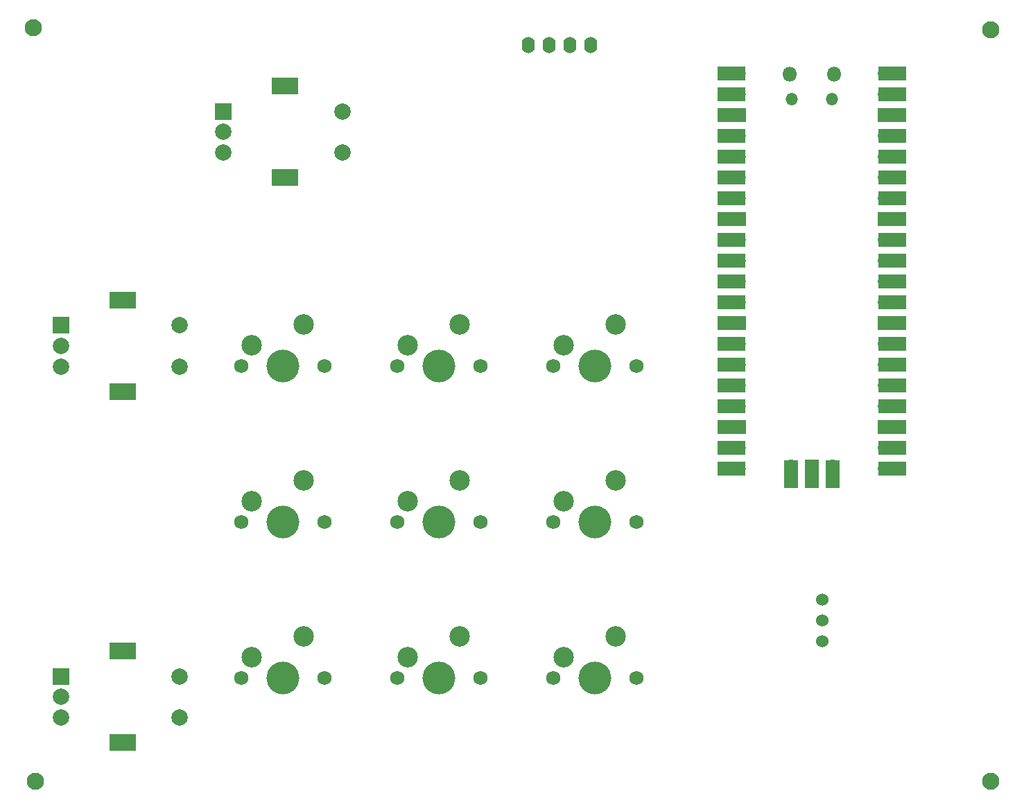
<source format=gbr>
%TF.GenerationSoftware,KiCad,Pcbnew,7.0.9*%
%TF.CreationDate,2023-12-23T17:51:48+00:00*%
%TF.ProjectId,MacroPad,4d616372-6f50-4616-942e-6b696361645f,rev?*%
%TF.SameCoordinates,Original*%
%TF.FileFunction,Soldermask,Top*%
%TF.FilePolarity,Negative*%
%FSLAX46Y46*%
G04 Gerber Fmt 4.6, Leading zero omitted, Abs format (unit mm)*
G04 Created by KiCad (PCBNEW 7.0.9) date 2023-12-23 17:51:48*
%MOMM*%
%LPD*%
G01*
G04 APERTURE LIST*
%ADD10R,2.000000X2.000000*%
%ADD11C,2.000000*%
%ADD12R,3.200000X2.000000*%
%ADD13C,1.524000*%
%ADD14C,1.750000*%
%ADD15C,4.000000*%
%ADD16C,2.500000*%
%ADD17C,2.100000*%
%ADD18O,1.600000X2.000000*%
%ADD19O,1.800000X1.800000*%
%ADD20O,1.500000X1.500000*%
%ADD21O,1.700000X1.700000*%
%ADD22R,3.500000X1.700000*%
%ADD23R,1.700000X1.700000*%
%ADD24R,1.700000X3.500000*%
G04 APERTURE END LIST*
D10*
%TO.C,SW2*%
X109760000Y-70695000D03*
D11*
X109760000Y-75695000D03*
X109760000Y-73195000D03*
D12*
X117260000Y-67595000D03*
X117260000Y-78795000D03*
D11*
X124260000Y-75695000D03*
X124260000Y-70695000D03*
%TD*%
D13*
%TO.C,toggle1*%
X182880000Y-135425000D03*
X182880000Y-130345000D03*
X182880000Y-132885000D03*
%TD*%
D14*
%TO.C,S6*%
X150030000Y-120820000D03*
D15*
X155110000Y-120820000D03*
D14*
X160190000Y-120820000D03*
D16*
X151300000Y-118280000D03*
X157650000Y-115740000D03*
%TD*%
D14*
%TO.C,S1*%
X111930000Y-101770000D03*
D15*
X117010000Y-101770000D03*
D14*
X122090000Y-101770000D03*
D16*
X113200000Y-99230000D03*
X119550000Y-96690000D03*
%TD*%
D10*
%TO.C,SW1*%
X89935000Y-139707500D03*
D11*
X89935000Y-144707500D03*
X89935000Y-142207500D03*
D12*
X97435000Y-136607500D03*
X97435000Y-147807500D03*
D11*
X104435000Y-144707500D03*
X104435000Y-139707500D03*
%TD*%
D17*
%TO.C,REF\u002A\u002A*%
X203500000Y-60750000D03*
%TD*%
D14*
%TO.C,S3*%
X150030000Y-101770000D03*
D15*
X155110000Y-101770000D03*
D14*
X160190000Y-101770000D03*
D16*
X151300000Y-99230000D03*
X157650000Y-96690000D03*
%TD*%
D14*
%TO.C,S7*%
X111930000Y-139870000D03*
D15*
X117010000Y-139870000D03*
D14*
X122090000Y-139870000D03*
D16*
X113200000Y-137330000D03*
X119550000Y-134790000D03*
%TD*%
D17*
%TO.C,REF\u002A\u002A*%
X86500000Y-60500000D03*
%TD*%
D14*
%TO.C,S5*%
X130980000Y-120820000D03*
D15*
X136060000Y-120820000D03*
D14*
X141140000Y-120820000D03*
D16*
X132250000Y-118280000D03*
X138600000Y-115740000D03*
%TD*%
D14*
%TO.C,S2*%
X130980000Y-101770000D03*
D15*
X136060000Y-101770000D03*
D14*
X141140000Y-101770000D03*
D16*
X132250000Y-99230000D03*
X138600000Y-96690000D03*
%TD*%
D14*
%TO.C,S4*%
X111930000Y-120820000D03*
D15*
X117010000Y-120820000D03*
D14*
X122090000Y-120820000D03*
D16*
X113200000Y-118280000D03*
X119550000Y-115740000D03*
%TD*%
D14*
%TO.C,S9*%
X150030000Y-139870000D03*
D15*
X155110000Y-139870000D03*
D14*
X160190000Y-139870000D03*
D16*
X151300000Y-137330000D03*
X157650000Y-134790000D03*
%TD*%
D17*
%TO.C,REF\u002A\u002A*%
X86750000Y-152500000D03*
%TD*%
D14*
%TO.C,S8*%
X130980000Y-139870000D03*
D15*
X136060000Y-139870000D03*
D14*
X141140000Y-139870000D03*
D16*
X132250000Y-137330000D03*
X138600000Y-134790000D03*
%TD*%
D10*
%TO.C,SW3*%
X89935000Y-96845000D03*
D11*
X89935000Y-101845000D03*
X89935000Y-99345000D03*
D12*
X97435000Y-93745000D03*
X97435000Y-104945000D03*
D11*
X104435000Y-101845000D03*
X104435000Y-96845000D03*
%TD*%
D18*
%TO.C,Brd1*%
X147015000Y-62595000D03*
X149555000Y-62595000D03*
X152095000Y-62595000D03*
X154635000Y-62595000D03*
%TD*%
D19*
%TO.C,U1*%
X178885000Y-66170000D03*
D20*
X179185000Y-69200000D03*
X184035000Y-69200000D03*
D19*
X184335000Y-66170000D03*
D21*
X172720000Y-66040000D03*
D22*
X171820000Y-66040000D03*
D21*
X172720000Y-68580000D03*
D22*
X171820000Y-68580000D03*
D23*
X172720000Y-71120000D03*
D22*
X171820000Y-71120000D03*
D21*
X172720000Y-73660000D03*
D22*
X171820000Y-73660000D03*
D21*
X172720000Y-76200000D03*
D22*
X171820000Y-76200000D03*
D21*
X172720000Y-78740000D03*
D22*
X171820000Y-78740000D03*
D21*
X172720000Y-81280000D03*
D22*
X171820000Y-81280000D03*
D23*
X172720000Y-83820000D03*
D22*
X171820000Y-83820000D03*
D21*
X172720000Y-86360000D03*
D22*
X171820000Y-86360000D03*
D21*
X172720000Y-88900000D03*
D22*
X171820000Y-88900000D03*
D21*
X172720000Y-91440000D03*
D22*
X171820000Y-91440000D03*
D21*
X172720000Y-93980000D03*
D22*
X171820000Y-93980000D03*
D23*
X172720000Y-96520000D03*
D22*
X171820000Y-96520000D03*
D21*
X172720000Y-99060000D03*
D22*
X171820000Y-99060000D03*
D21*
X172720000Y-101600000D03*
D22*
X171820000Y-101600000D03*
D21*
X172720000Y-104140000D03*
D22*
X171820000Y-104140000D03*
D21*
X172720000Y-106680000D03*
D22*
X171820000Y-106680000D03*
D23*
X172720000Y-109220000D03*
D22*
X171820000Y-109220000D03*
D21*
X172720000Y-111760000D03*
D22*
X171820000Y-111760000D03*
D21*
X172720000Y-114300000D03*
D22*
X171820000Y-114300000D03*
D21*
X190500000Y-114300000D03*
D22*
X191400000Y-114300000D03*
D21*
X190500000Y-111760000D03*
D22*
X191400000Y-111760000D03*
D23*
X190500000Y-109220000D03*
D22*
X191400000Y-109220000D03*
D21*
X190500000Y-106680000D03*
D22*
X191400000Y-106680000D03*
D21*
X190500000Y-104140000D03*
D22*
X191400000Y-104140000D03*
D21*
X190500000Y-101600000D03*
D22*
X191400000Y-101600000D03*
D21*
X190500000Y-99060000D03*
D22*
X191400000Y-99060000D03*
D23*
X190500000Y-96520000D03*
D22*
X191400000Y-96520000D03*
D21*
X190500000Y-93980000D03*
D22*
X191400000Y-93980000D03*
D21*
X190500000Y-91440000D03*
D22*
X191400000Y-91440000D03*
D21*
X190500000Y-88900000D03*
D22*
X191400000Y-88900000D03*
D21*
X190500000Y-86360000D03*
D22*
X191400000Y-86360000D03*
D23*
X190500000Y-83820000D03*
D22*
X191400000Y-83820000D03*
D21*
X190500000Y-81280000D03*
D22*
X191400000Y-81280000D03*
D21*
X190500000Y-78740000D03*
D22*
X191400000Y-78740000D03*
D21*
X190500000Y-76200000D03*
D22*
X191400000Y-76200000D03*
D21*
X190500000Y-73660000D03*
D22*
X191400000Y-73660000D03*
D23*
X190500000Y-71120000D03*
D22*
X191400000Y-71120000D03*
D21*
X190500000Y-68580000D03*
D22*
X191400000Y-68580000D03*
D21*
X190500000Y-66040000D03*
D22*
X191400000Y-66040000D03*
D21*
X179070000Y-114070000D03*
D24*
X179070000Y-114970000D03*
D23*
X181610000Y-114070000D03*
D24*
X181610000Y-114970000D03*
D21*
X184150000Y-114070000D03*
D24*
X184150000Y-114970000D03*
%TD*%
D17*
%TO.C,REF\u002A\u002A*%
X203500000Y-152500000D03*
%TD*%
M02*

</source>
